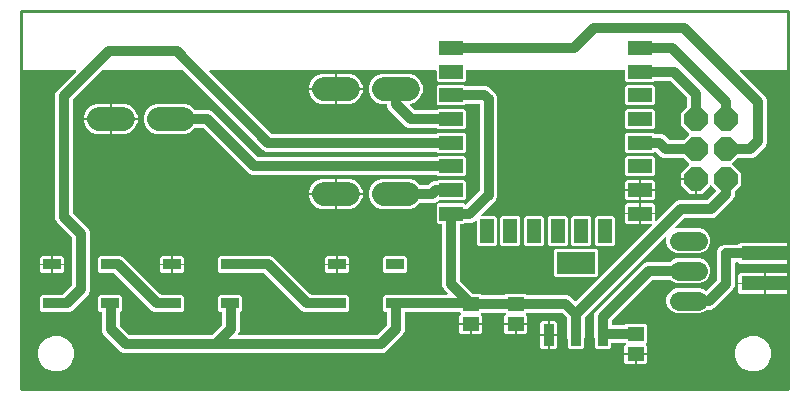
<source format=gbr>
G04 EAGLE Gerber RS-274X export*
G75*
%MOMM*%
%FSLAX34Y34*%
%LPD*%
%INTop Copper*%
%IPPOS*%
%AMOC8*
5,1,8,0,0,1.08239X$1,22.5*%
G01*
G04 Define Apertures*
%ADD10P,2.1821X8X112.5*%
%ADD11R,2.000000X1.200000*%
%ADD12R,1.200000X2.000000*%
%ADD13R,0.897900X1.860300*%
%ADD14R,3.189100X1.860300*%
%ADD15C,2.016000*%
%ADD16R,1.500000X0.900000*%
%ADD17R,1.465300X1.164600*%
%ADD18C,1.600000*%
%ADD19R,4.000000X1.270000*%
%ADD20C,0.812800*%
%ADD21C,0.400000*%
%ADD22C,0.254000*%
G36*
X649535Y60D02*
X649238Y0D01*
X762Y0D01*
X487Y51D01*
X232Y215D01*
X60Y465D01*
X0Y762D01*
X0Y269238D01*
X51Y269513D01*
X215Y269768D01*
X465Y269940D01*
X762Y270000D01*
X46045Y270000D01*
X46308Y269953D01*
X46566Y269794D01*
X46742Y269546D01*
X46807Y269250D01*
X46751Y268952D01*
X46584Y268699D01*
X30364Y252479D01*
X29212Y249699D01*
X29212Y144001D01*
X30364Y141221D01*
X43213Y128372D01*
X43376Y128130D01*
X43436Y127833D01*
X43436Y87849D01*
X43380Y87563D01*
X43213Y87310D01*
X36090Y80187D01*
X35848Y80024D01*
X35551Y79964D01*
X24795Y79964D01*
X23574Y79458D01*
X23282Y79400D01*
X17764Y79400D01*
X16300Y77936D01*
X16300Y66864D01*
X17764Y65400D01*
X23282Y65400D01*
X23574Y65342D01*
X24795Y64836D01*
X40505Y64836D01*
X43285Y65988D01*
X57412Y80115D01*
X58564Y82895D01*
X58564Y132786D01*
X57412Y135567D01*
X44563Y148416D01*
X44400Y148657D01*
X44340Y148955D01*
X44340Y244745D01*
X44396Y245031D01*
X44563Y245284D01*
X69056Y269777D01*
X69297Y269940D01*
X69595Y270000D01*
X136837Y270000D01*
X137123Y269944D01*
X137376Y269777D01*
X205025Y202128D01*
X207805Y200976D01*
X352213Y200976D01*
X352499Y200920D01*
X352752Y200753D01*
X353464Y200040D01*
X375536Y200040D01*
X377000Y201504D01*
X377000Y215576D01*
X375536Y217040D01*
X353464Y217040D01*
X352752Y216327D01*
X352510Y216164D01*
X352213Y216104D01*
X212759Y216104D01*
X212473Y216160D01*
X212220Y216327D01*
X159848Y268699D01*
X159695Y268919D01*
X159625Y269214D01*
X159676Y269513D01*
X159839Y269768D01*
X160090Y269940D01*
X160387Y270000D01*
X351238Y270000D01*
X351513Y269949D01*
X351768Y269785D01*
X351940Y269535D01*
X352000Y269238D01*
X352000Y261504D01*
X353464Y260040D01*
X375536Y260040D01*
X377000Y261504D01*
X377000Y269238D01*
X377051Y269513D01*
X377215Y269768D01*
X377465Y269940D01*
X377762Y270000D01*
X511238Y270000D01*
X511513Y269949D01*
X511768Y269785D01*
X511940Y269535D01*
X512000Y269238D01*
X512000Y261504D01*
X513464Y260040D01*
X535536Y260040D01*
X536248Y260753D01*
X536490Y260916D01*
X536787Y260976D01*
X549511Y260976D01*
X549797Y260920D01*
X550050Y260753D01*
X563713Y247090D01*
X563876Y246848D01*
X563936Y246551D01*
X563936Y239142D01*
X563880Y238856D01*
X563713Y238604D01*
X558920Y233811D01*
X558920Y223389D01*
X565870Y216439D01*
X566028Y216208D01*
X566094Y215912D01*
X566038Y215614D01*
X565870Y215361D01*
X561496Y210987D01*
X561255Y210824D01*
X560958Y210764D01*
X549549Y210764D01*
X549263Y210820D01*
X549010Y210987D01*
X545045Y214952D01*
X542265Y216104D01*
X536787Y216104D01*
X536501Y216160D01*
X536248Y216327D01*
X535536Y217040D01*
X513464Y217040D01*
X512000Y215576D01*
X512000Y201504D01*
X513464Y200040D01*
X535536Y200040D01*
X536248Y200753D01*
X536490Y200916D01*
X536787Y200976D01*
X537311Y200976D01*
X537597Y200920D01*
X537850Y200753D01*
X541815Y196788D01*
X544595Y195636D01*
X560958Y195636D01*
X561244Y195580D01*
X561496Y195413D01*
X565842Y191067D01*
X566000Y190837D01*
X566065Y190540D01*
X566010Y190242D01*
X565842Y189990D01*
X558880Y183027D01*
X558880Y178562D01*
X572262Y178562D01*
X572262Y165180D01*
X576727Y165180D01*
X583690Y172142D01*
X583920Y172300D01*
X584216Y172365D01*
X584514Y172310D01*
X584767Y172142D01*
X588467Y168442D01*
X588625Y168212D01*
X588690Y167915D01*
X588635Y167617D01*
X588467Y167364D01*
X581290Y160187D01*
X581048Y160024D01*
X580751Y159964D01*
X557295Y159964D01*
X554515Y158812D01*
X538341Y142638D01*
X538121Y142485D01*
X537826Y142415D01*
X537527Y142466D01*
X537272Y142629D01*
X537100Y142880D01*
X537040Y143177D01*
X537040Y147778D01*
X525262Y147778D01*
X525262Y140000D01*
X533863Y140000D01*
X534127Y139953D01*
X534385Y139794D01*
X534560Y139546D01*
X534625Y139250D01*
X534570Y138952D01*
X534402Y138699D01*
X470439Y74736D01*
X470208Y74578D01*
X469912Y74513D01*
X469614Y74568D01*
X469361Y74736D01*
X465431Y78666D01*
X462651Y79818D01*
X428537Y79818D01*
X428251Y79874D01*
X427998Y80041D01*
X427462Y80577D01*
X410738Y80577D01*
X410202Y80041D01*
X409961Y79878D01*
X409663Y79818D01*
X390437Y79818D01*
X390151Y79874D01*
X389898Y80041D01*
X389362Y80577D01*
X383690Y80577D01*
X383404Y80633D01*
X383151Y80800D01*
X372287Y91664D01*
X372124Y91906D01*
X372064Y92203D01*
X372064Y139278D01*
X372115Y139553D01*
X372279Y139808D01*
X372529Y139980D01*
X372826Y140040D01*
X375536Y140040D01*
X375658Y140163D01*
X375900Y140326D01*
X376197Y140386D01*
X381105Y140386D01*
X383885Y141538D01*
X384699Y142352D01*
X384919Y142505D01*
X385214Y142575D01*
X385513Y142524D01*
X385768Y142361D01*
X385940Y142110D01*
X386000Y141813D01*
X386000Y122704D01*
X387464Y121240D01*
X401536Y121240D01*
X403000Y122704D01*
X403000Y144776D01*
X401536Y146240D01*
X390427Y146240D01*
X390163Y146287D01*
X389905Y146446D01*
X389730Y146694D01*
X389665Y146990D01*
X389720Y147288D01*
X389888Y147541D01*
X402462Y160115D01*
X403614Y162895D01*
X403614Y246955D01*
X402462Y249735D01*
X396585Y255612D01*
X393805Y256764D01*
X376127Y256764D01*
X375841Y256820D01*
X375588Y256987D01*
X375536Y257040D01*
X353464Y257040D01*
X352000Y255576D01*
X352000Y241504D01*
X353464Y240040D01*
X375536Y240040D01*
X376908Y241413D01*
X377150Y241576D01*
X377447Y241636D01*
X387724Y241636D01*
X387999Y241585D01*
X388254Y241421D01*
X388426Y241171D01*
X388486Y240874D01*
X388486Y167849D01*
X388430Y167563D01*
X388263Y167310D01*
X377303Y156350D01*
X377073Y156192D01*
X376776Y156127D01*
X376478Y156183D01*
X376225Y156350D01*
X375536Y157040D01*
X353464Y157040D01*
X352000Y155576D01*
X352000Y141504D01*
X353464Y140040D01*
X356174Y140040D01*
X356449Y139989D01*
X356704Y139825D01*
X356876Y139575D01*
X356936Y139278D01*
X356936Y87249D01*
X358088Y84469D01*
X361292Y81265D01*
X361445Y81045D01*
X361515Y80750D01*
X361464Y80451D01*
X361301Y80196D01*
X361050Y80024D01*
X360753Y79964D01*
X315095Y79964D01*
X313874Y79458D01*
X313582Y79400D01*
X308064Y79400D01*
X306600Y77936D01*
X306600Y66864D01*
X308064Y65400D01*
X309174Y65400D01*
X309449Y65349D01*
X309704Y65185D01*
X309876Y64935D01*
X309936Y64638D01*
X309936Y54249D01*
X309880Y53963D01*
X309713Y53710D01*
X301890Y45887D01*
X301648Y45724D01*
X301351Y45664D01*
X185000Y45664D01*
X184731Y45713D01*
X184474Y45874D01*
X184301Y46123D01*
X184238Y46420D01*
X184296Y46718D01*
X185364Y49295D01*
X185364Y65013D01*
X185420Y65299D01*
X185587Y65552D01*
X186900Y66864D01*
X186900Y77936D01*
X185436Y79400D01*
X179918Y79400D01*
X179626Y79458D01*
X178405Y79964D01*
X175395Y79964D01*
X174174Y79458D01*
X173882Y79400D01*
X168364Y79400D01*
X166900Y77936D01*
X166900Y66864D01*
X168364Y65400D01*
X169474Y65400D01*
X169749Y65349D01*
X170004Y65185D01*
X170176Y64935D01*
X170236Y64638D01*
X170236Y54249D01*
X170180Y53963D01*
X170013Y53710D01*
X162190Y45887D01*
X161948Y45724D01*
X161651Y45664D01*
X92349Y45664D01*
X92063Y45720D01*
X91810Y45887D01*
X83987Y53710D01*
X83824Y53952D01*
X83764Y54249D01*
X83764Y65013D01*
X83820Y65299D01*
X83987Y65552D01*
X85300Y66864D01*
X85300Y77936D01*
X83836Y79400D01*
X66764Y79400D01*
X65300Y77936D01*
X65300Y66864D01*
X66764Y65400D01*
X67874Y65400D01*
X68149Y65349D01*
X68404Y65185D01*
X68576Y64935D01*
X68636Y64638D01*
X68636Y49295D01*
X69788Y46515D01*
X84615Y31688D01*
X87395Y30536D01*
X306305Y30536D01*
X309085Y31688D01*
X323912Y46515D01*
X325064Y49295D01*
X325064Y64074D01*
X325115Y64349D01*
X325279Y64604D01*
X325529Y64776D01*
X325826Y64836D01*
X371417Y64836D01*
X371703Y64780D01*
X371956Y64613D01*
X372502Y64067D01*
X372660Y63837D01*
X372725Y63540D01*
X372669Y63242D01*
X372502Y62989D01*
X371134Y61621D01*
X371134Y55508D01*
X390867Y55508D01*
X390867Y61621D01*
X389498Y62989D01*
X389340Y63220D01*
X389275Y63516D01*
X389331Y63814D01*
X389498Y64067D01*
X389898Y64467D01*
X390139Y64630D01*
X390437Y64690D01*
X409663Y64690D01*
X409949Y64634D01*
X410202Y64467D01*
X410602Y64067D01*
X410760Y63837D01*
X410825Y63540D01*
X410769Y63242D01*
X410602Y62989D01*
X409234Y61621D01*
X409234Y55508D01*
X428967Y55508D01*
X428967Y61621D01*
X427598Y62989D01*
X427440Y63220D01*
X427375Y63516D01*
X427431Y63814D01*
X427598Y64067D01*
X427998Y64467D01*
X428239Y64630D01*
X428537Y64690D01*
X457697Y64690D01*
X457983Y64634D01*
X458236Y64467D01*
X462113Y60590D01*
X462276Y60348D01*
X462336Y60051D01*
X462336Y43945D01*
X462853Y42698D01*
X462911Y42407D01*
X462911Y35113D01*
X464375Y33649D01*
X475425Y33649D01*
X476890Y35113D01*
X476890Y42407D01*
X476948Y42698D01*
X477464Y43945D01*
X477464Y60051D01*
X477520Y60337D01*
X477687Y60590D01*
X545199Y128102D01*
X545419Y128255D01*
X545714Y128325D01*
X546013Y128274D01*
X546268Y128111D01*
X546440Y127860D01*
X546500Y127563D01*
X546500Y123311D01*
X548099Y119452D01*
X551052Y116499D01*
X554911Y114900D01*
X575089Y114900D01*
X578948Y116499D01*
X581901Y119452D01*
X583500Y123311D01*
X583500Y127489D01*
X581901Y131348D01*
X578948Y134301D01*
X575089Y135900D01*
X554837Y135900D01*
X554573Y135947D01*
X554315Y136106D01*
X554140Y136354D01*
X554075Y136650D01*
X554130Y136948D01*
X554298Y137201D01*
X561710Y144613D01*
X561952Y144776D01*
X562249Y144836D01*
X585705Y144836D01*
X588485Y145988D01*
X603312Y160815D01*
X604464Y163595D01*
X604464Y167258D01*
X604520Y167544D01*
X604687Y167796D01*
X609480Y172589D01*
X609480Y183011D01*
X602530Y189961D01*
X602372Y190192D01*
X602307Y190488D01*
X602362Y190786D01*
X602530Y191039D01*
X606904Y195413D01*
X607145Y195576D01*
X607442Y195636D01*
X619024Y195636D01*
X621804Y196788D01*
X630592Y205576D01*
X631744Y208356D01*
X631744Y244383D01*
X630592Y247163D01*
X609056Y268699D01*
X608903Y268919D01*
X608833Y269214D01*
X608884Y269513D01*
X609048Y269768D01*
X609298Y269940D01*
X609595Y270000D01*
X649238Y270000D01*
X649513Y269949D01*
X649768Y269785D01*
X649940Y269535D01*
X650000Y269238D01*
X650000Y124312D01*
X649949Y124037D01*
X649785Y123782D01*
X649535Y123610D01*
X649238Y123550D01*
X608964Y123550D01*
X607902Y122487D01*
X607660Y122324D01*
X607363Y122264D01*
X595395Y122264D01*
X592615Y121112D01*
X590488Y118985D01*
X589336Y116205D01*
X589336Y92349D01*
X589280Y92063D01*
X589113Y91810D01*
X580415Y83112D01*
X580184Y82954D01*
X579888Y82889D01*
X579590Y82945D01*
X579337Y83112D01*
X578948Y83501D01*
X575089Y85100D01*
X554911Y85100D01*
X551052Y83501D01*
X548099Y80548D01*
X546500Y76689D01*
X546500Y72511D01*
X548099Y68652D01*
X551052Y65699D01*
X554911Y64100D01*
X575089Y64100D01*
X578948Y65699D01*
X580062Y66813D01*
X580304Y66976D01*
X580601Y67036D01*
X584105Y67036D01*
X586885Y68188D01*
X603312Y84615D01*
X604464Y87395D01*
X604464Y106374D01*
X604515Y106649D01*
X604679Y106904D01*
X604929Y107076D01*
X605226Y107136D01*
X607363Y107136D01*
X607649Y107080D01*
X607902Y106913D01*
X608964Y105850D01*
X649238Y105850D01*
X649513Y105799D01*
X649768Y105635D01*
X649940Y105385D01*
X650000Y105088D01*
X650000Y98952D01*
X649949Y98677D01*
X649785Y98422D01*
X649535Y98250D01*
X649238Y98190D01*
X630762Y98190D01*
X630762Y80410D01*
X649238Y80410D01*
X649513Y80359D01*
X649768Y80195D01*
X649940Y79945D01*
X650000Y79648D01*
X650000Y762D01*
X649949Y487D01*
X649785Y232D01*
X649535Y60D01*
G37*
%LPC*%
G36*
X267462Y254762D02*
X289400Y254762D01*
X289400Y256510D01*
X287479Y261149D01*
X283929Y264699D01*
X279290Y266620D01*
X267462Y266620D01*
X267462Y254762D01*
G37*
G36*
X244000Y254762D02*
X265938Y254762D01*
X265938Y266620D01*
X254110Y266620D01*
X249471Y264699D01*
X245921Y261149D01*
X244000Y256510D01*
X244000Y254762D01*
G37*
G36*
X353464Y220040D02*
X375536Y220040D01*
X377000Y221504D01*
X377000Y235576D01*
X375536Y237040D01*
X353464Y237040D01*
X352752Y236327D01*
X352510Y236164D01*
X352213Y236104D01*
X333709Y236104D01*
X333423Y236160D01*
X333170Y236327D01*
X329378Y240119D01*
X329225Y240339D01*
X329155Y240634D01*
X329206Y240933D01*
X329369Y241188D01*
X329620Y241360D01*
X329917Y241420D01*
X330082Y241420D01*
X334706Y243335D01*
X338245Y246874D01*
X340160Y251498D01*
X340160Y256502D01*
X338245Y261126D01*
X334706Y264665D01*
X330082Y266580D01*
X304918Y266580D01*
X300294Y264665D01*
X296755Y261126D01*
X294840Y256502D01*
X294840Y251498D01*
X296755Y246874D01*
X300294Y243335D01*
X304918Y241420D01*
X309174Y241420D01*
X309449Y241369D01*
X309704Y241205D01*
X309876Y240955D01*
X309936Y240658D01*
X309936Y239795D01*
X311088Y237015D01*
X325975Y222128D01*
X328755Y220976D01*
X352213Y220976D01*
X352499Y220920D01*
X352752Y220753D01*
X353464Y220040D01*
G37*
G36*
X513464Y240040D02*
X535536Y240040D01*
X537000Y241504D01*
X537000Y255576D01*
X535536Y257040D01*
X513464Y257040D01*
X512000Y255576D01*
X512000Y241504D01*
X513464Y240040D01*
G37*
G36*
X254110Y241380D02*
X265938Y241380D01*
X265938Y253238D01*
X244000Y253238D01*
X244000Y251490D01*
X245921Y246851D01*
X249471Y243301D01*
X254110Y241380D01*
G37*
G36*
X267462Y241380D02*
X279290Y241380D01*
X283929Y243301D01*
X287479Y246851D01*
X289400Y251490D01*
X289400Y253238D01*
X267462Y253238D01*
X267462Y241380D01*
G37*
G36*
X76962Y229362D02*
X98900Y229362D01*
X98900Y231110D01*
X96979Y235749D01*
X93429Y239299D01*
X88790Y241220D01*
X76962Y241220D01*
X76962Y229362D01*
G37*
G36*
X53500Y229362D02*
X75438Y229362D01*
X75438Y241220D01*
X63610Y241220D01*
X58971Y239299D01*
X55421Y235749D01*
X53500Y231110D01*
X53500Y229362D01*
G37*
G36*
X353464Y180040D02*
X375536Y180040D01*
X377000Y181504D01*
X377000Y195576D01*
X375536Y197040D01*
X353464Y197040D01*
X352752Y196327D01*
X352510Y196164D01*
X352213Y196104D01*
X201208Y196104D01*
X200922Y196160D01*
X200669Y196327D01*
X161984Y235012D01*
X159204Y236164D01*
X147622Y236164D01*
X147336Y236220D01*
X147084Y236387D01*
X144206Y239265D01*
X139582Y241180D01*
X114418Y241180D01*
X109794Y239265D01*
X106255Y235726D01*
X104340Y231102D01*
X104340Y226098D01*
X106255Y221474D01*
X109794Y217935D01*
X114418Y216020D01*
X139582Y216020D01*
X144206Y217935D01*
X147084Y220813D01*
X147325Y220976D01*
X147622Y221036D01*
X154251Y221036D01*
X154536Y220980D01*
X154789Y220813D01*
X193475Y182128D01*
X196255Y180976D01*
X352213Y180976D01*
X352499Y180920D01*
X352752Y180753D01*
X353464Y180040D01*
G37*
G36*
X513464Y220040D02*
X535536Y220040D01*
X537000Y221504D01*
X537000Y235576D01*
X535536Y237040D01*
X513464Y237040D01*
X512000Y235576D01*
X512000Y221504D01*
X513464Y220040D01*
G37*
G36*
X76962Y215980D02*
X88790Y215980D01*
X93429Y217901D01*
X96979Y221451D01*
X98900Y226090D01*
X98900Y227838D01*
X76962Y227838D01*
X76962Y215980D01*
G37*
G36*
X63610Y215980D02*
X75438Y215980D01*
X75438Y227838D01*
X53500Y227838D01*
X53500Y226090D01*
X55421Y221451D01*
X58971Y217901D01*
X63610Y215980D01*
G37*
G36*
X513464Y180040D02*
X535536Y180040D01*
X537000Y181504D01*
X537000Y195576D01*
X535536Y197040D01*
X513464Y197040D01*
X512000Y195576D01*
X512000Y181504D01*
X513464Y180040D01*
G37*
G36*
X244000Y165862D02*
X265938Y165862D01*
X265938Y177720D01*
X254110Y177720D01*
X249471Y175799D01*
X245921Y172249D01*
X244000Y167610D01*
X244000Y165862D01*
G37*
G36*
X267462Y165862D02*
X289400Y165862D01*
X289400Y167610D01*
X287479Y172249D01*
X283929Y175799D01*
X279290Y177720D01*
X267462Y177720D01*
X267462Y165862D01*
G37*
G36*
X304918Y152520D02*
X330082Y152520D01*
X334706Y154435D01*
X337584Y157313D01*
X337825Y157476D01*
X338122Y157536D01*
X349865Y157536D01*
X352645Y158688D01*
X353774Y159817D01*
X354016Y159980D01*
X354313Y160040D01*
X375536Y160040D01*
X377000Y161504D01*
X377000Y175576D01*
X375536Y177040D01*
X353464Y177040D01*
X352752Y176327D01*
X352510Y176164D01*
X352213Y176104D01*
X350295Y176104D01*
X347515Y174952D01*
X345450Y172887D01*
X345208Y172724D01*
X344911Y172664D01*
X338122Y172664D01*
X337836Y172720D01*
X337584Y172887D01*
X334706Y175765D01*
X330082Y177680D01*
X304918Y177680D01*
X300294Y175765D01*
X296755Y172226D01*
X294840Y167602D01*
X294840Y162598D01*
X296755Y157974D01*
X300294Y154435D01*
X304918Y152520D01*
G37*
G36*
X525262Y169302D02*
X537040Y169302D01*
X537040Y175592D01*
X535552Y177080D01*
X525262Y177080D01*
X525262Y169302D01*
G37*
G36*
X511960Y169302D02*
X523738Y169302D01*
X523738Y177080D01*
X513448Y177080D01*
X511960Y175592D01*
X511960Y169302D01*
G37*
G36*
X566273Y165180D02*
X570738Y165180D01*
X570738Y177038D01*
X558880Y177038D01*
X558880Y172573D01*
X566273Y165180D01*
G37*
G36*
X513448Y160000D02*
X523738Y160000D01*
X523738Y167778D01*
X511960Y167778D01*
X511960Y161488D01*
X513448Y160000D01*
G37*
G36*
X525262Y160000D02*
X535552Y160000D01*
X537040Y161488D01*
X537040Y167778D01*
X525262Y167778D01*
X525262Y160000D01*
G37*
G36*
X254110Y152480D02*
X265938Y152480D01*
X265938Y164338D01*
X244000Y164338D01*
X244000Y162590D01*
X245921Y157951D01*
X249471Y154401D01*
X254110Y152480D01*
G37*
G36*
X267462Y152480D02*
X279290Y152480D01*
X283929Y154401D01*
X287479Y157951D01*
X289400Y162590D01*
X289400Y164338D01*
X267462Y164338D01*
X267462Y152480D01*
G37*
G36*
X511960Y149302D02*
X523738Y149302D01*
X523738Y157080D01*
X513448Y157080D01*
X511960Y155592D01*
X511960Y149302D01*
G37*
G36*
X525262Y149302D02*
X537040Y149302D01*
X537040Y155592D01*
X535552Y157080D01*
X525262Y157080D01*
X525262Y149302D01*
G37*
G36*
X513448Y140000D02*
X523738Y140000D01*
X523738Y147778D01*
X511960Y147778D01*
X511960Y141488D01*
X513448Y140000D01*
G37*
G36*
X487464Y121240D02*
X501536Y121240D01*
X503000Y122704D01*
X503000Y144776D01*
X501536Y146240D01*
X487464Y146240D01*
X486000Y144776D01*
X486000Y122704D01*
X487464Y121240D01*
G37*
G36*
X467464Y121240D02*
X481536Y121240D01*
X483000Y122704D01*
X483000Y144776D01*
X481536Y146240D01*
X467464Y146240D01*
X466000Y144776D01*
X466000Y122704D01*
X467464Y121240D01*
G37*
G36*
X447464Y121240D02*
X461536Y121240D01*
X463000Y122704D01*
X463000Y144776D01*
X461536Y146240D01*
X447464Y146240D01*
X446000Y144776D01*
X446000Y122704D01*
X447464Y121240D01*
G37*
G36*
X427464Y121240D02*
X441536Y121240D01*
X443000Y122704D01*
X443000Y144776D01*
X441536Y146240D01*
X427464Y146240D01*
X426000Y144776D01*
X426000Y122704D01*
X427464Y121240D01*
G37*
G36*
X407464Y121240D02*
X421536Y121240D01*
X423000Y122704D01*
X423000Y144776D01*
X421536Y146240D01*
X407464Y146240D01*
X406000Y144776D01*
X406000Y122704D01*
X407464Y121240D01*
G37*
G36*
X452919Y95149D02*
X486881Y95149D01*
X488346Y96613D01*
X488346Y117287D01*
X486881Y118752D01*
X452919Y118752D01*
X451455Y117287D01*
X451455Y96613D01*
X452919Y95149D01*
G37*
G36*
X240695Y64836D02*
X269105Y64836D01*
X270326Y65342D01*
X270618Y65400D01*
X276136Y65400D01*
X277600Y66864D01*
X277600Y77936D01*
X276136Y79400D01*
X270618Y79400D01*
X270326Y79458D01*
X269105Y79964D01*
X245649Y79964D01*
X245363Y80020D01*
X245110Y80187D01*
X213485Y111812D01*
X210705Y112964D01*
X175395Y112964D01*
X174174Y112458D01*
X173882Y112400D01*
X168364Y112400D01*
X166900Y110936D01*
X166900Y99864D01*
X168364Y98400D01*
X173882Y98400D01*
X174174Y98342D01*
X175395Y97836D01*
X205751Y97836D01*
X206037Y97780D01*
X206290Y97613D01*
X237915Y65988D01*
X240695Y64836D01*
G37*
G36*
X113695Y64836D02*
X129405Y64836D01*
X130626Y65342D01*
X130918Y65400D01*
X136436Y65400D01*
X137900Y66864D01*
X137900Y77936D01*
X136436Y79400D01*
X130918Y79400D01*
X130626Y79458D01*
X129405Y79964D01*
X118649Y79964D01*
X118363Y80020D01*
X118110Y80187D01*
X86485Y111812D01*
X83705Y112964D01*
X73795Y112964D01*
X72574Y112458D01*
X72282Y112400D01*
X66764Y112400D01*
X65300Y110936D01*
X65300Y99864D01*
X66764Y98400D01*
X72282Y98400D01*
X72574Y98342D01*
X73795Y97836D01*
X78751Y97836D01*
X79037Y97780D01*
X79290Y97613D01*
X110915Y65988D01*
X113695Y64836D01*
G37*
G36*
X257560Y106162D02*
X266838Y106162D01*
X266838Y112440D01*
X259048Y112440D01*
X257560Y110952D01*
X257560Y106162D01*
G37*
G36*
X117860Y106162D02*
X127138Y106162D01*
X127138Y112440D01*
X119348Y112440D01*
X117860Y110952D01*
X117860Y106162D01*
G37*
G36*
X16260Y106162D02*
X25538Y106162D01*
X25538Y112440D01*
X17748Y112440D01*
X16260Y110952D01*
X16260Y106162D01*
G37*
G36*
X27062Y106162D02*
X36340Y106162D01*
X36340Y110952D01*
X34852Y112440D01*
X27062Y112440D01*
X27062Y106162D01*
G37*
G36*
X128662Y106162D02*
X137940Y106162D01*
X137940Y110952D01*
X136452Y112440D01*
X128662Y112440D01*
X128662Y106162D01*
G37*
G36*
X268362Y106162D02*
X277640Y106162D01*
X277640Y110952D01*
X276152Y112440D01*
X268362Y112440D01*
X268362Y106162D01*
G37*
G36*
X308064Y98400D02*
X325136Y98400D01*
X326600Y99864D01*
X326600Y110936D01*
X325136Y112400D01*
X308064Y112400D01*
X306600Y110936D01*
X306600Y99864D01*
X308064Y98400D01*
G37*
G36*
X510834Y30108D02*
X530567Y30108D01*
X530567Y36221D01*
X529198Y37589D01*
X529040Y37820D01*
X528975Y38116D01*
X529031Y38414D01*
X529198Y38667D01*
X530527Y39995D01*
X530527Y53713D01*
X529062Y55177D01*
X512338Y55177D01*
X511802Y54641D01*
X511561Y54478D01*
X511263Y54418D01*
X501226Y54418D01*
X500951Y54469D01*
X500696Y54633D01*
X500524Y54883D01*
X500464Y55180D01*
X500464Y57651D01*
X500520Y57937D01*
X500687Y58190D01*
X534710Y92213D01*
X534952Y92376D01*
X535249Y92436D01*
X549399Y92436D01*
X549685Y92380D01*
X549938Y92213D01*
X551052Y91099D01*
X554911Y89500D01*
X575089Y89500D01*
X578948Y91099D01*
X581901Y94052D01*
X583500Y97911D01*
X583500Y102089D01*
X581901Y105948D01*
X578948Y108901D01*
X575089Y110500D01*
X554911Y110500D01*
X551052Y108901D01*
X549938Y107787D01*
X549696Y107624D01*
X549399Y107564D01*
X530295Y107564D01*
X527515Y106412D01*
X486488Y65385D01*
X485336Y62605D01*
X485336Y43945D01*
X485853Y42698D01*
X485911Y42407D01*
X485911Y35113D01*
X487375Y33649D01*
X498425Y33649D01*
X499890Y35113D01*
X499890Y38528D01*
X499941Y38803D01*
X500104Y39058D01*
X500354Y39230D01*
X500652Y39290D01*
X511263Y39290D01*
X511549Y39234D01*
X511802Y39067D01*
X512202Y38667D01*
X512360Y38437D01*
X512425Y38140D01*
X512369Y37842D01*
X512202Y37589D01*
X510834Y36221D01*
X510834Y30108D01*
G37*
G36*
X17748Y98360D02*
X25538Y98360D01*
X25538Y104638D01*
X16260Y104638D01*
X16260Y99848D01*
X17748Y98360D01*
G37*
G36*
X119348Y98360D02*
X127138Y98360D01*
X127138Y104638D01*
X117860Y104638D01*
X117860Y99848D01*
X119348Y98360D01*
G37*
G36*
X27062Y98360D02*
X34852Y98360D01*
X36340Y99848D01*
X36340Y104638D01*
X27062Y104638D01*
X27062Y98360D01*
G37*
G36*
X128662Y98360D02*
X136452Y98360D01*
X137940Y99848D01*
X137940Y104638D01*
X128662Y104638D01*
X128662Y98360D01*
G37*
G36*
X259048Y98360D02*
X266838Y98360D01*
X266838Y104638D01*
X257560Y104638D01*
X257560Y99848D01*
X259048Y98360D01*
G37*
G36*
X268362Y98360D02*
X276152Y98360D01*
X277640Y99848D01*
X277640Y104638D01*
X268362Y104638D01*
X268362Y98360D01*
G37*
G36*
X607460Y90062D02*
X629238Y90062D01*
X629238Y98190D01*
X608948Y98190D01*
X607460Y96702D01*
X607460Y90062D01*
G37*
G36*
X608948Y80410D02*
X629238Y80410D01*
X629238Y88538D01*
X607460Y88538D01*
X607460Y81898D01*
X608948Y80410D01*
G37*
G36*
X439871Y46212D02*
X446138Y46212D01*
X446138Y57292D01*
X441358Y57292D01*
X439871Y55804D01*
X439871Y46212D01*
G37*
G36*
X447662Y46212D02*
X453930Y46212D01*
X453930Y55804D01*
X452442Y57292D01*
X447662Y57292D01*
X447662Y46212D01*
G37*
G36*
X419862Y46383D02*
X427479Y46383D01*
X428967Y47871D01*
X428967Y53984D01*
X419862Y53984D01*
X419862Y46383D01*
G37*
G36*
X410721Y46383D02*
X418338Y46383D01*
X418338Y53984D01*
X409234Y53984D01*
X409234Y47871D01*
X410721Y46383D01*
G37*
G36*
X381762Y46383D02*
X389379Y46383D01*
X390867Y47871D01*
X390867Y53984D01*
X381762Y53984D01*
X381762Y46383D01*
G37*
G36*
X372621Y46383D02*
X380238Y46383D01*
X380238Y53984D01*
X371134Y53984D01*
X371134Y47871D01*
X372621Y46383D01*
G37*
G36*
X617016Y15000D02*
X622984Y15000D01*
X628497Y17284D01*
X632716Y21503D01*
X635000Y27016D01*
X635000Y32984D01*
X632716Y38497D01*
X628497Y42716D01*
X622984Y45000D01*
X617016Y45000D01*
X611503Y42716D01*
X607284Y38497D01*
X605000Y32984D01*
X605000Y27016D01*
X607284Y21503D01*
X611503Y17284D01*
X617016Y15000D01*
G37*
G36*
X27016Y15000D02*
X32984Y15000D01*
X38497Y17284D01*
X42716Y21503D01*
X45000Y27016D01*
X45000Y32984D01*
X42716Y38497D01*
X38497Y42716D01*
X32984Y45000D01*
X27016Y45000D01*
X21503Y42716D01*
X17284Y38497D01*
X15000Y32984D01*
X15000Y27016D01*
X17284Y21503D01*
X21503Y17284D01*
X27016Y15000D01*
G37*
G36*
X447662Y33609D02*
X452442Y33609D01*
X453930Y35096D01*
X453930Y44688D01*
X447662Y44688D01*
X447662Y33609D01*
G37*
G36*
X441358Y33609D02*
X446138Y33609D01*
X446138Y44688D01*
X439871Y44688D01*
X439871Y35096D01*
X441358Y33609D01*
G37*
G36*
X521462Y20983D02*
X529079Y20983D01*
X530567Y22471D01*
X530567Y28584D01*
X521462Y28584D01*
X521462Y20983D01*
G37*
G36*
X512321Y20983D02*
X519938Y20983D01*
X519938Y28584D01*
X510834Y28584D01*
X510834Y22471D01*
X512321Y20983D01*
G37*
%LPD*%
D10*
X571500Y177800D03*
X596900Y177800D03*
X571500Y203200D03*
X596900Y203200D03*
X571500Y228600D03*
X596900Y228600D03*
D11*
X524500Y148540D03*
X524500Y168540D03*
X524500Y188540D03*
X524500Y208540D03*
X524500Y228540D03*
X524500Y248540D03*
X524500Y268540D03*
X524500Y288540D03*
X364500Y288540D03*
X364500Y248540D03*
X364500Y268540D03*
X364500Y228540D03*
X364500Y208540D03*
X364500Y188540D03*
X364500Y168540D03*
X364500Y148540D03*
D12*
X494500Y133740D03*
X474500Y133740D03*
X454500Y133740D03*
X434500Y133740D03*
X414500Y133740D03*
X394500Y133740D03*
D13*
X446900Y45450D03*
X469900Y45450D03*
X492900Y45450D03*
D14*
X469900Y106950D03*
D15*
X86280Y228600D02*
X66120Y228600D01*
X116920Y228600D02*
X137080Y228600D01*
X256620Y165100D02*
X276780Y165100D01*
X307420Y165100D02*
X327580Y165100D01*
D16*
X26300Y105400D03*
X26300Y72400D03*
X75300Y105400D03*
X75300Y72400D03*
X127900Y105400D03*
X127900Y72400D03*
X176900Y105400D03*
X176900Y72400D03*
X267600Y105400D03*
X267600Y72400D03*
X316600Y105400D03*
X316600Y72400D03*
D17*
X520700Y46854D03*
X520700Y29346D03*
X419100Y72254D03*
X419100Y54746D03*
D18*
X557000Y74600D02*
X573000Y74600D01*
X573000Y100000D02*
X557000Y100000D01*
X557000Y125400D02*
X573000Y125400D01*
D15*
X276780Y254000D02*
X256620Y254000D01*
X307420Y254000D02*
X327580Y254000D01*
D17*
X381000Y72254D03*
X381000Y54746D03*
D19*
X630000Y114700D03*
X630000Y89300D03*
D20*
X551710Y288540D02*
X524500Y288540D01*
X551710Y288540D02*
X596900Y243350D01*
X596900Y228600D01*
X552960Y268540D02*
X524500Y268540D01*
X552960Y268540D02*
X571500Y250000D01*
X571500Y228600D01*
X468540Y288540D02*
X364500Y288540D01*
X468540Y288540D02*
X485450Y305450D01*
X617519Y203200D02*
X624180Y209861D01*
X561608Y305450D02*
X485450Y305450D01*
X624180Y242878D02*
X624180Y209861D01*
X624180Y242878D02*
X561608Y305450D01*
X596900Y203200D02*
X617519Y203200D01*
X546100Y203200D02*
X540760Y208540D01*
X524500Y208540D01*
X546100Y203200D02*
X571500Y203200D01*
D21*
X364500Y148540D02*
X364600Y147950D01*
D20*
X364600Y249200D02*
X392300Y249200D01*
X396050Y245450D01*
X396050Y164400D01*
X379600Y147950D01*
X364600Y147950D01*
X364500Y248540D02*
X364600Y249200D01*
D21*
X364500Y148540D02*
X364600Y147950D01*
D20*
X469900Y63500D02*
X469900Y45450D01*
D21*
X76200Y71500D02*
X75300Y72400D01*
D20*
X76200Y71500D02*
X76200Y50800D01*
X88900Y38100D01*
X139700Y38100D02*
X152400Y38100D01*
X139700Y38100D02*
X88900Y38100D01*
X165100Y38100D02*
X177800Y50800D01*
X177800Y71500D01*
X176900Y72400D01*
D21*
X316600Y72400D02*
X317500Y71500D01*
D20*
X317500Y50800D01*
X304800Y38100D01*
X165100Y38100D01*
X152400Y38100D01*
X596900Y165100D02*
X596900Y177800D01*
X596900Y165100D02*
X584200Y152400D01*
X558800Y152400D01*
X469900Y63500D01*
X380854Y72400D02*
X316600Y72400D01*
X380854Y72400D02*
X381000Y72254D01*
X419100Y72254D01*
X461146Y72254D01*
X469900Y63500D01*
X364500Y88754D02*
X364500Y148540D01*
X364500Y88754D02*
X381000Y72254D01*
X364500Y188540D02*
X197759Y188540D01*
X157699Y228600D01*
X127000Y228600D01*
X351800Y168540D02*
X364500Y168540D01*
X351800Y168540D02*
X348360Y165100D01*
X317500Y165100D01*
X82200Y105400D02*
X75300Y105400D01*
X115200Y72400D02*
X127900Y72400D01*
X115200Y72400D02*
X102500Y85100D01*
X82200Y105400D01*
X242200Y72400D02*
X267600Y72400D01*
X242200Y72400D02*
X209200Y105400D01*
X176900Y105400D01*
X209310Y208540D02*
X132000Y285850D01*
X209310Y208540D02*
X364500Y208540D01*
X51000Y84400D02*
X39000Y72400D01*
X26300Y72400D01*
X36776Y145506D02*
X36776Y248194D01*
X36776Y145506D02*
X51000Y131282D01*
X51000Y84400D01*
X74432Y285850D02*
X132000Y285850D01*
X74432Y285850D02*
X36776Y248194D01*
X492900Y61100D02*
X492900Y45450D01*
X494304Y46854D02*
X520700Y46854D01*
X494304Y46854D02*
X492900Y45450D01*
X531800Y100000D02*
X565000Y100000D01*
X531800Y100000D02*
X492900Y61100D01*
X565000Y74600D02*
X582600Y74600D01*
X584200Y76200D01*
X596900Y88900D01*
X596900Y114700D01*
X630000Y114700D01*
X364500Y228540D02*
X330260Y228540D01*
X330200Y228600D01*
X317500Y241300D01*
X317500Y254000D01*
D22*
X0Y0D02*
X650000Y0D01*
X650000Y320000D01*
X0Y320000D01*
X0Y0D01*
M02*

</source>
